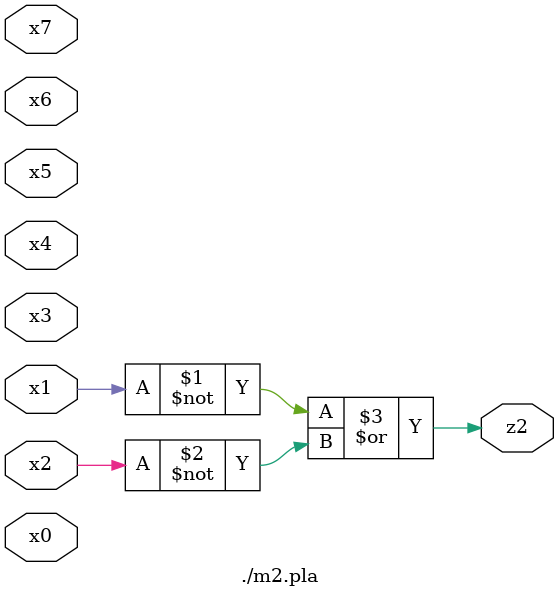
<source format=v>

module \./m2.pla  ( 
    x0, x1, x2, x3, x4, x5, x6, x7,
    z2  );
  input  x0, x1, x2, x3, x4, x5, x6, x7;
  output z2;
  assign z2 = ~x1 | ~x2;
endmodule



</source>
